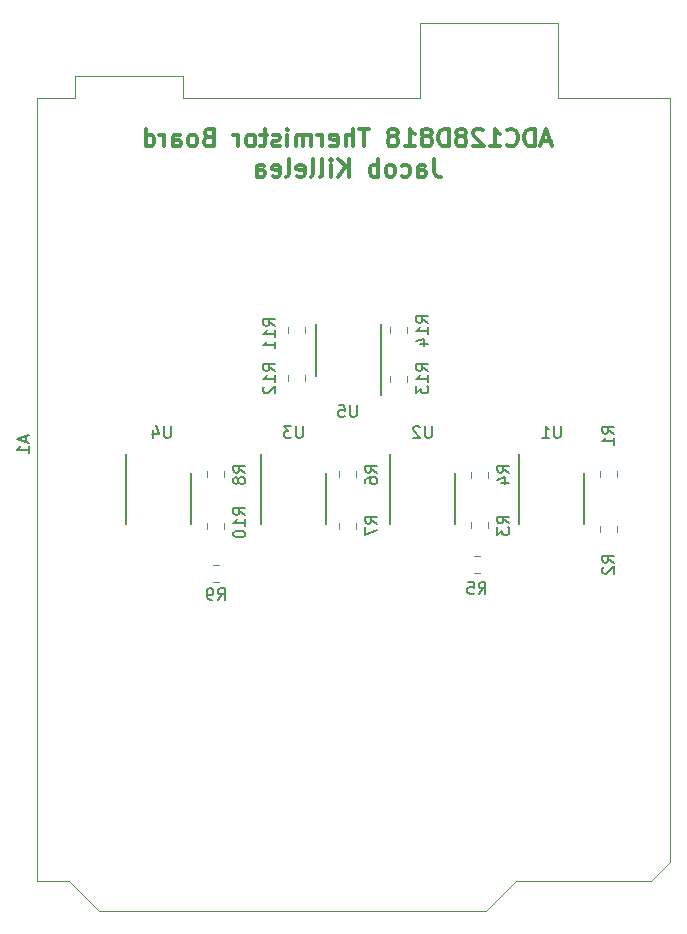
<source format=gbr>
G04 #@! TF.GenerationSoftware,KiCad,Pcbnew,5.0.2-bee76a0~70~ubuntu18.04.1*
G04 #@! TF.CreationDate,2019-01-28T20:05:27-07:00*
G04 #@! TF.ProjectId,adc,6164632e-6b69-4636-9164-5f7063625858,rev?*
G04 #@! TF.SameCoordinates,Original*
G04 #@! TF.FileFunction,Legend,Bot*
G04 #@! TF.FilePolarity,Positive*
%FSLAX46Y46*%
G04 Gerber Fmt 4.6, Leading zero omitted, Abs format (unit mm)*
G04 Created by KiCad (PCBNEW 5.0.2-bee76a0~70~ubuntu18.04.1) date Mon 28 Jan 2019 08:05:27 PM MST*
%MOMM*%
%LPD*%
G01*
G04 APERTURE LIST*
%ADD10C,0.300000*%
%ADD11C,0.120000*%
%ADD12C,0.150000*%
G04 APERTURE END LIST*
D10*
X255938571Y-83811000D02*
X255224285Y-83811000D01*
X256081428Y-84239571D02*
X255581428Y-82739571D01*
X255081428Y-84239571D01*
X254581428Y-84239571D02*
X254581428Y-82739571D01*
X254224285Y-82739571D01*
X254010000Y-82811000D01*
X253867142Y-82953857D01*
X253795714Y-83096714D01*
X253724285Y-83382428D01*
X253724285Y-83596714D01*
X253795714Y-83882428D01*
X253867142Y-84025285D01*
X254010000Y-84168142D01*
X254224285Y-84239571D01*
X254581428Y-84239571D01*
X252224285Y-84096714D02*
X252295714Y-84168142D01*
X252510000Y-84239571D01*
X252652857Y-84239571D01*
X252867142Y-84168142D01*
X253010000Y-84025285D01*
X253081428Y-83882428D01*
X253152857Y-83596714D01*
X253152857Y-83382428D01*
X253081428Y-83096714D01*
X253010000Y-82953857D01*
X252867142Y-82811000D01*
X252652857Y-82739571D01*
X252510000Y-82739571D01*
X252295714Y-82811000D01*
X252224285Y-82882428D01*
X250795714Y-84239571D02*
X251652857Y-84239571D01*
X251224285Y-84239571D02*
X251224285Y-82739571D01*
X251367142Y-82953857D01*
X251510000Y-83096714D01*
X251652857Y-83168142D01*
X250224285Y-82882428D02*
X250152857Y-82811000D01*
X250010000Y-82739571D01*
X249652857Y-82739571D01*
X249510000Y-82811000D01*
X249438571Y-82882428D01*
X249367142Y-83025285D01*
X249367142Y-83168142D01*
X249438571Y-83382428D01*
X250295714Y-84239571D01*
X249367142Y-84239571D01*
X248510000Y-83382428D02*
X248652857Y-83311000D01*
X248724285Y-83239571D01*
X248795714Y-83096714D01*
X248795714Y-83025285D01*
X248724285Y-82882428D01*
X248652857Y-82811000D01*
X248510000Y-82739571D01*
X248224285Y-82739571D01*
X248081428Y-82811000D01*
X248010000Y-82882428D01*
X247938571Y-83025285D01*
X247938571Y-83096714D01*
X248010000Y-83239571D01*
X248081428Y-83311000D01*
X248224285Y-83382428D01*
X248510000Y-83382428D01*
X248652857Y-83453857D01*
X248724285Y-83525285D01*
X248795714Y-83668142D01*
X248795714Y-83953857D01*
X248724285Y-84096714D01*
X248652857Y-84168142D01*
X248510000Y-84239571D01*
X248224285Y-84239571D01*
X248081428Y-84168142D01*
X248010000Y-84096714D01*
X247938571Y-83953857D01*
X247938571Y-83668142D01*
X248010000Y-83525285D01*
X248081428Y-83453857D01*
X248224285Y-83382428D01*
X247295714Y-84239571D02*
X247295714Y-82739571D01*
X246938571Y-82739571D01*
X246724285Y-82811000D01*
X246581428Y-82953857D01*
X246510000Y-83096714D01*
X246438571Y-83382428D01*
X246438571Y-83596714D01*
X246510000Y-83882428D01*
X246581428Y-84025285D01*
X246724285Y-84168142D01*
X246938571Y-84239571D01*
X247295714Y-84239571D01*
X245581428Y-83382428D02*
X245724285Y-83311000D01*
X245795714Y-83239571D01*
X245867142Y-83096714D01*
X245867142Y-83025285D01*
X245795714Y-82882428D01*
X245724285Y-82811000D01*
X245581428Y-82739571D01*
X245295714Y-82739571D01*
X245152857Y-82811000D01*
X245081428Y-82882428D01*
X245010000Y-83025285D01*
X245010000Y-83096714D01*
X245081428Y-83239571D01*
X245152857Y-83311000D01*
X245295714Y-83382428D01*
X245581428Y-83382428D01*
X245724285Y-83453857D01*
X245795714Y-83525285D01*
X245867142Y-83668142D01*
X245867142Y-83953857D01*
X245795714Y-84096714D01*
X245724285Y-84168142D01*
X245581428Y-84239571D01*
X245295714Y-84239571D01*
X245152857Y-84168142D01*
X245081428Y-84096714D01*
X245010000Y-83953857D01*
X245010000Y-83668142D01*
X245081428Y-83525285D01*
X245152857Y-83453857D01*
X245295714Y-83382428D01*
X243581428Y-84239571D02*
X244438571Y-84239571D01*
X244010000Y-84239571D02*
X244010000Y-82739571D01*
X244152857Y-82953857D01*
X244295714Y-83096714D01*
X244438571Y-83168142D01*
X242724285Y-83382428D02*
X242867142Y-83311000D01*
X242938571Y-83239571D01*
X243010000Y-83096714D01*
X243010000Y-83025285D01*
X242938571Y-82882428D01*
X242867142Y-82811000D01*
X242724285Y-82739571D01*
X242438571Y-82739571D01*
X242295714Y-82811000D01*
X242224285Y-82882428D01*
X242152857Y-83025285D01*
X242152857Y-83096714D01*
X242224285Y-83239571D01*
X242295714Y-83311000D01*
X242438571Y-83382428D01*
X242724285Y-83382428D01*
X242867142Y-83453857D01*
X242938571Y-83525285D01*
X243010000Y-83668142D01*
X243010000Y-83953857D01*
X242938571Y-84096714D01*
X242867142Y-84168142D01*
X242724285Y-84239571D01*
X242438571Y-84239571D01*
X242295714Y-84168142D01*
X242224285Y-84096714D01*
X242152857Y-83953857D01*
X242152857Y-83668142D01*
X242224285Y-83525285D01*
X242295714Y-83453857D01*
X242438571Y-83382428D01*
X240581428Y-82739571D02*
X239724285Y-82739571D01*
X240152857Y-84239571D02*
X240152857Y-82739571D01*
X239224285Y-84239571D02*
X239224285Y-82739571D01*
X238581428Y-84239571D02*
X238581428Y-83453857D01*
X238652857Y-83311000D01*
X238795714Y-83239571D01*
X239010000Y-83239571D01*
X239152857Y-83311000D01*
X239224285Y-83382428D01*
X237295714Y-84168142D02*
X237438571Y-84239571D01*
X237724285Y-84239571D01*
X237867142Y-84168142D01*
X237938571Y-84025285D01*
X237938571Y-83453857D01*
X237867142Y-83311000D01*
X237724285Y-83239571D01*
X237438571Y-83239571D01*
X237295714Y-83311000D01*
X237224285Y-83453857D01*
X237224285Y-83596714D01*
X237938571Y-83739571D01*
X236581428Y-84239571D02*
X236581428Y-83239571D01*
X236581428Y-83525285D02*
X236510000Y-83382428D01*
X236438571Y-83311000D01*
X236295714Y-83239571D01*
X236152857Y-83239571D01*
X235652857Y-84239571D02*
X235652857Y-83239571D01*
X235652857Y-83382428D02*
X235581428Y-83311000D01*
X235438571Y-83239571D01*
X235224285Y-83239571D01*
X235081428Y-83311000D01*
X235010000Y-83453857D01*
X235010000Y-84239571D01*
X235010000Y-83453857D02*
X234938571Y-83311000D01*
X234795714Y-83239571D01*
X234581428Y-83239571D01*
X234438571Y-83311000D01*
X234367142Y-83453857D01*
X234367142Y-84239571D01*
X233652857Y-84239571D02*
X233652857Y-83239571D01*
X233652857Y-82739571D02*
X233724285Y-82811000D01*
X233652857Y-82882428D01*
X233581428Y-82811000D01*
X233652857Y-82739571D01*
X233652857Y-82882428D01*
X233010000Y-84168142D02*
X232867142Y-84239571D01*
X232581428Y-84239571D01*
X232438571Y-84168142D01*
X232367142Y-84025285D01*
X232367142Y-83953857D01*
X232438571Y-83811000D01*
X232581428Y-83739571D01*
X232795714Y-83739571D01*
X232938571Y-83668142D01*
X233010000Y-83525285D01*
X233010000Y-83453857D01*
X232938571Y-83311000D01*
X232795714Y-83239571D01*
X232581428Y-83239571D01*
X232438571Y-83311000D01*
X231938571Y-83239571D02*
X231367142Y-83239571D01*
X231724285Y-82739571D02*
X231724285Y-84025285D01*
X231652857Y-84168142D01*
X231510000Y-84239571D01*
X231367142Y-84239571D01*
X230652857Y-84239571D02*
X230795714Y-84168142D01*
X230867142Y-84096714D01*
X230938571Y-83953857D01*
X230938571Y-83525285D01*
X230867142Y-83382428D01*
X230795714Y-83311000D01*
X230652857Y-83239571D01*
X230438571Y-83239571D01*
X230295714Y-83311000D01*
X230224285Y-83382428D01*
X230152857Y-83525285D01*
X230152857Y-83953857D01*
X230224285Y-84096714D01*
X230295714Y-84168142D01*
X230438571Y-84239571D01*
X230652857Y-84239571D01*
X229510000Y-84239571D02*
X229510000Y-83239571D01*
X229510000Y-83525285D02*
X229438571Y-83382428D01*
X229367142Y-83311000D01*
X229224285Y-83239571D01*
X229081428Y-83239571D01*
X226938571Y-83453857D02*
X226724285Y-83525285D01*
X226652857Y-83596714D01*
X226581428Y-83739571D01*
X226581428Y-83953857D01*
X226652857Y-84096714D01*
X226724285Y-84168142D01*
X226867142Y-84239571D01*
X227438571Y-84239571D01*
X227438571Y-82739571D01*
X226938571Y-82739571D01*
X226795714Y-82811000D01*
X226724285Y-82882428D01*
X226652857Y-83025285D01*
X226652857Y-83168142D01*
X226724285Y-83311000D01*
X226795714Y-83382428D01*
X226938571Y-83453857D01*
X227438571Y-83453857D01*
X225724285Y-84239571D02*
X225867142Y-84168142D01*
X225938571Y-84096714D01*
X226010000Y-83953857D01*
X226010000Y-83525285D01*
X225938571Y-83382428D01*
X225867142Y-83311000D01*
X225724285Y-83239571D01*
X225510000Y-83239571D01*
X225367142Y-83311000D01*
X225295714Y-83382428D01*
X225224285Y-83525285D01*
X225224285Y-83953857D01*
X225295714Y-84096714D01*
X225367142Y-84168142D01*
X225510000Y-84239571D01*
X225724285Y-84239571D01*
X223938571Y-84239571D02*
X223938571Y-83453857D01*
X224010000Y-83311000D01*
X224152857Y-83239571D01*
X224438571Y-83239571D01*
X224581428Y-83311000D01*
X223938571Y-84168142D02*
X224081428Y-84239571D01*
X224438571Y-84239571D01*
X224581428Y-84168142D01*
X224652857Y-84025285D01*
X224652857Y-83882428D01*
X224581428Y-83739571D01*
X224438571Y-83668142D01*
X224081428Y-83668142D01*
X223938571Y-83596714D01*
X223224285Y-84239571D02*
X223224285Y-83239571D01*
X223224285Y-83525285D02*
X223152857Y-83382428D01*
X223081428Y-83311000D01*
X222938571Y-83239571D01*
X222795714Y-83239571D01*
X221652857Y-84239571D02*
X221652857Y-82739571D01*
X221652857Y-84168142D02*
X221795714Y-84239571D01*
X222081428Y-84239571D01*
X222224285Y-84168142D01*
X222295714Y-84096714D01*
X222367142Y-83953857D01*
X222367142Y-83525285D01*
X222295714Y-83382428D01*
X222224285Y-83311000D01*
X222081428Y-83239571D01*
X221795714Y-83239571D01*
X221652857Y-83311000D01*
X246045714Y-85289571D02*
X246045714Y-86361000D01*
X246117142Y-86575285D01*
X246260000Y-86718142D01*
X246474285Y-86789571D01*
X246617142Y-86789571D01*
X244688571Y-86789571D02*
X244688571Y-86003857D01*
X244760000Y-85861000D01*
X244902857Y-85789571D01*
X245188571Y-85789571D01*
X245331428Y-85861000D01*
X244688571Y-86718142D02*
X244831428Y-86789571D01*
X245188571Y-86789571D01*
X245331428Y-86718142D01*
X245402857Y-86575285D01*
X245402857Y-86432428D01*
X245331428Y-86289571D01*
X245188571Y-86218142D01*
X244831428Y-86218142D01*
X244688571Y-86146714D01*
X243331428Y-86718142D02*
X243474285Y-86789571D01*
X243760000Y-86789571D01*
X243902857Y-86718142D01*
X243974285Y-86646714D01*
X244045714Y-86503857D01*
X244045714Y-86075285D01*
X243974285Y-85932428D01*
X243902857Y-85861000D01*
X243760000Y-85789571D01*
X243474285Y-85789571D01*
X243331428Y-85861000D01*
X242474285Y-86789571D02*
X242617142Y-86718142D01*
X242688571Y-86646714D01*
X242760000Y-86503857D01*
X242760000Y-86075285D01*
X242688571Y-85932428D01*
X242617142Y-85861000D01*
X242474285Y-85789571D01*
X242260000Y-85789571D01*
X242117142Y-85861000D01*
X242045714Y-85932428D01*
X241974285Y-86075285D01*
X241974285Y-86503857D01*
X242045714Y-86646714D01*
X242117142Y-86718142D01*
X242260000Y-86789571D01*
X242474285Y-86789571D01*
X241331428Y-86789571D02*
X241331428Y-85289571D01*
X241331428Y-85861000D02*
X241188571Y-85789571D01*
X240902857Y-85789571D01*
X240760000Y-85861000D01*
X240688571Y-85932428D01*
X240617142Y-86075285D01*
X240617142Y-86503857D01*
X240688571Y-86646714D01*
X240760000Y-86718142D01*
X240902857Y-86789571D01*
X241188571Y-86789571D01*
X241331428Y-86718142D01*
X238831428Y-86789571D02*
X238831428Y-85289571D01*
X237974285Y-86789571D02*
X238617142Y-85932428D01*
X237974285Y-85289571D02*
X238831428Y-86146714D01*
X237331428Y-86789571D02*
X237331428Y-85789571D01*
X237331428Y-85289571D02*
X237402857Y-85361000D01*
X237331428Y-85432428D01*
X237260000Y-85361000D01*
X237331428Y-85289571D01*
X237331428Y-85432428D01*
X236402857Y-86789571D02*
X236545714Y-86718142D01*
X236617142Y-86575285D01*
X236617142Y-85289571D01*
X235617142Y-86789571D02*
X235760000Y-86718142D01*
X235831428Y-86575285D01*
X235831428Y-85289571D01*
X234474285Y-86718142D02*
X234617142Y-86789571D01*
X234902857Y-86789571D01*
X235045714Y-86718142D01*
X235117142Y-86575285D01*
X235117142Y-86003857D01*
X235045714Y-85861000D01*
X234902857Y-85789571D01*
X234617142Y-85789571D01*
X234474285Y-85861000D01*
X234402857Y-86003857D01*
X234402857Y-86146714D01*
X235117142Y-86289571D01*
X233545714Y-86789571D02*
X233688571Y-86718142D01*
X233760000Y-86575285D01*
X233760000Y-85289571D01*
X232402857Y-86718142D02*
X232545714Y-86789571D01*
X232831428Y-86789571D01*
X232974285Y-86718142D01*
X233045714Y-86575285D01*
X233045714Y-86003857D01*
X232974285Y-85861000D01*
X232831428Y-85789571D01*
X232545714Y-85789571D01*
X232402857Y-85861000D01*
X232331428Y-86003857D01*
X232331428Y-86146714D01*
X233045714Y-86289571D01*
X231045714Y-86789571D02*
X231045714Y-86003857D01*
X231117142Y-85861000D01*
X231260000Y-85789571D01*
X231545714Y-85789571D01*
X231688571Y-85861000D01*
X231045714Y-86718142D02*
X231188571Y-86789571D01*
X231545714Y-86789571D01*
X231688571Y-86718142D01*
X231760000Y-86575285D01*
X231760000Y-86432428D01*
X231688571Y-86289571D01*
X231545714Y-86218142D01*
X231188571Y-86218142D01*
X231045714Y-86146714D01*
D11*
G04 #@! TO.C,A1*
X250448000Y-148974000D02*
X217678000Y-148974000D01*
X217678000Y-148974000D02*
X215138000Y-146434000D01*
X215138000Y-146434000D02*
X212468000Y-146434000D01*
X212468000Y-146434000D02*
X212468000Y-80134000D01*
X212468000Y-80134000D02*
X215648000Y-80134000D01*
X215648000Y-80134000D02*
X215648000Y-78234000D01*
X215648000Y-78234000D02*
X224788000Y-78234000D01*
X224788000Y-78234000D02*
X224788000Y-80134000D01*
X224788000Y-80134000D02*
X244858000Y-80134000D01*
X244858000Y-80134000D02*
X244858000Y-73784000D01*
X244858000Y-73784000D02*
X256538000Y-73784000D01*
X256538000Y-73784000D02*
X256538000Y-80134000D01*
X256538000Y-80134000D02*
X266068000Y-80134000D01*
X266068000Y-80134000D02*
X266068000Y-144784000D01*
X266068000Y-144784000D02*
X264418000Y-146434000D01*
X264418000Y-146434000D02*
X252988000Y-146434000D01*
X252988000Y-146434000D02*
X250448000Y-148974000D01*
G04 #@! TO.C,R1*
X260148000Y-111743748D02*
X260148000Y-112266252D01*
X261568000Y-111743748D02*
X261568000Y-112266252D01*
G04 #@! TO.C,R2*
X260148000Y-116856252D02*
X260148000Y-116333748D01*
X261568000Y-116856252D02*
X261568000Y-116333748D01*
G04 #@! TO.C,R3*
X249226000Y-116584252D02*
X249226000Y-116061748D01*
X250646000Y-116584252D02*
X250646000Y-116061748D01*
G04 #@! TO.C,R4*
X249226000Y-112284252D02*
X249226000Y-111761748D01*
X250646000Y-112284252D02*
X250646000Y-111761748D01*
G04 #@! TO.C,R5*
X249943252Y-118924000D02*
X249420748Y-118924000D01*
X249943252Y-120344000D02*
X249420748Y-120344000D01*
G04 #@! TO.C,R6*
X239470000Y-111743748D02*
X239470000Y-112266252D01*
X238050000Y-111743748D02*
X238050000Y-112266252D01*
G04 #@! TO.C,R7*
X239470000Y-116602252D02*
X239470000Y-116079748D01*
X238050000Y-116602252D02*
X238050000Y-116079748D01*
G04 #@! TO.C,R8*
X228294000Y-112266252D02*
X228294000Y-111743748D01*
X226874000Y-112266252D02*
X226874000Y-111743748D01*
G04 #@! TO.C,R9*
X227331748Y-121106000D02*
X227854252Y-121106000D01*
X227331748Y-119686000D02*
X227854252Y-119686000D01*
G04 #@! TO.C,R10*
X228294000Y-116602252D02*
X228294000Y-116079748D01*
X226874000Y-116602252D02*
X226874000Y-116079748D01*
G04 #@! TO.C,R11*
X233732000Y-100074252D02*
X233732000Y-99551748D01*
X235152000Y-100074252D02*
X235152000Y-99551748D01*
G04 #@! TO.C,R12*
X235152000Y-104138252D02*
X235152000Y-103615748D01*
X233732000Y-104138252D02*
X233732000Y-103615748D01*
G04 #@! TO.C,R13*
X243788000Y-103633748D02*
X243788000Y-104156252D01*
X242368000Y-103633748D02*
X242368000Y-104156252D01*
G04 #@! TO.C,R14*
X243788000Y-99551748D02*
X243788000Y-100074252D01*
X242368000Y-99551748D02*
X242368000Y-100074252D01*
D12*
G04 #@! TO.C,U1*
X258757000Y-111846000D02*
X258757000Y-116246000D01*
X253232000Y-110271000D02*
X253232000Y-116246000D01*
G04 #@! TO.C,U2*
X242310000Y-110271000D02*
X242310000Y-116246000D01*
X247835000Y-111846000D02*
X247835000Y-116246000D01*
G04 #@! TO.C,U3*
X236913000Y-111846000D02*
X236913000Y-116246000D01*
X231388000Y-110271000D02*
X231388000Y-116246000D01*
G04 #@! TO.C,U4*
X219958000Y-110271000D02*
X219958000Y-116246000D01*
X225483000Y-111846000D02*
X225483000Y-116246000D01*
G04 #@! TO.C,U5*
X236035000Y-103702000D02*
X236035000Y-99302000D01*
X241560000Y-105277000D02*
X241560000Y-99302000D01*
G04 #@! TO.C,A1*
X211494666Y-108759714D02*
X211494666Y-109235904D01*
X211780380Y-108664476D02*
X210780380Y-108997809D01*
X211780380Y-109331142D01*
X211780380Y-110188285D02*
X211780380Y-109616857D01*
X211780380Y-109902571D02*
X210780380Y-109902571D01*
X210923238Y-109807333D01*
X211018476Y-109712095D01*
X211066095Y-109616857D01*
G04 #@! TO.C,R1*
X261310380Y-108545333D02*
X260834190Y-108212000D01*
X261310380Y-107973904D02*
X260310380Y-107973904D01*
X260310380Y-108354857D01*
X260358000Y-108450095D01*
X260405619Y-108497714D01*
X260500857Y-108545333D01*
X260643714Y-108545333D01*
X260738952Y-108497714D01*
X260786571Y-108450095D01*
X260834190Y-108354857D01*
X260834190Y-107973904D01*
X261310380Y-109497714D02*
X261310380Y-108926285D01*
X261310380Y-109212000D02*
X260310380Y-109212000D01*
X260453238Y-109116761D01*
X260548476Y-109021523D01*
X260596095Y-108926285D01*
G04 #@! TO.C,R2*
X261310380Y-119467333D02*
X260834190Y-119134000D01*
X261310380Y-118895904D02*
X260310380Y-118895904D01*
X260310380Y-119276857D01*
X260358000Y-119372095D01*
X260405619Y-119419714D01*
X260500857Y-119467333D01*
X260643714Y-119467333D01*
X260738952Y-119419714D01*
X260786571Y-119372095D01*
X260834190Y-119276857D01*
X260834190Y-118895904D01*
X260405619Y-119848285D02*
X260358000Y-119895904D01*
X260310380Y-119991142D01*
X260310380Y-120229238D01*
X260358000Y-120324476D01*
X260405619Y-120372095D01*
X260500857Y-120419714D01*
X260596095Y-120419714D01*
X260738952Y-120372095D01*
X261310380Y-119800666D01*
X261310380Y-120419714D01*
G04 #@! TO.C,R3*
X252420380Y-116156333D02*
X251944190Y-115823000D01*
X252420380Y-115584904D02*
X251420380Y-115584904D01*
X251420380Y-115965857D01*
X251468000Y-116061095D01*
X251515619Y-116108714D01*
X251610857Y-116156333D01*
X251753714Y-116156333D01*
X251848952Y-116108714D01*
X251896571Y-116061095D01*
X251944190Y-115965857D01*
X251944190Y-115584904D01*
X251420380Y-116489666D02*
X251420380Y-117108714D01*
X251801333Y-116775380D01*
X251801333Y-116918238D01*
X251848952Y-117013476D01*
X251896571Y-117061095D01*
X251991809Y-117108714D01*
X252229904Y-117108714D01*
X252325142Y-117061095D01*
X252372761Y-117013476D01*
X252420380Y-116918238D01*
X252420380Y-116632523D01*
X252372761Y-116537285D01*
X252325142Y-116489666D01*
G04 #@! TO.C,R4*
X252420380Y-111847333D02*
X251944190Y-111514000D01*
X252420380Y-111275904D02*
X251420380Y-111275904D01*
X251420380Y-111656857D01*
X251468000Y-111752095D01*
X251515619Y-111799714D01*
X251610857Y-111847333D01*
X251753714Y-111847333D01*
X251848952Y-111799714D01*
X251896571Y-111752095D01*
X251944190Y-111656857D01*
X251944190Y-111275904D01*
X251753714Y-112704476D02*
X252420380Y-112704476D01*
X251372761Y-112466380D02*
X252087047Y-112228285D01*
X252087047Y-112847333D01*
G04 #@! TO.C,R5*
X249848666Y-122118380D02*
X250182000Y-121642190D01*
X250420095Y-122118380D02*
X250420095Y-121118380D01*
X250039142Y-121118380D01*
X249943904Y-121166000D01*
X249896285Y-121213619D01*
X249848666Y-121308857D01*
X249848666Y-121451714D01*
X249896285Y-121546952D01*
X249943904Y-121594571D01*
X250039142Y-121642190D01*
X250420095Y-121642190D01*
X248943904Y-121118380D02*
X249420095Y-121118380D01*
X249467714Y-121594571D01*
X249420095Y-121546952D01*
X249324857Y-121499333D01*
X249086761Y-121499333D01*
X248991523Y-121546952D01*
X248943904Y-121594571D01*
X248896285Y-121689809D01*
X248896285Y-121927904D01*
X248943904Y-122023142D01*
X248991523Y-122070761D01*
X249086761Y-122118380D01*
X249324857Y-122118380D01*
X249420095Y-122070761D01*
X249467714Y-122023142D01*
G04 #@! TO.C,R6*
X241244380Y-111847333D02*
X240768190Y-111514000D01*
X241244380Y-111275904D02*
X240244380Y-111275904D01*
X240244380Y-111656857D01*
X240292000Y-111752095D01*
X240339619Y-111799714D01*
X240434857Y-111847333D01*
X240577714Y-111847333D01*
X240672952Y-111799714D01*
X240720571Y-111752095D01*
X240768190Y-111656857D01*
X240768190Y-111275904D01*
X240244380Y-112704476D02*
X240244380Y-112514000D01*
X240292000Y-112418761D01*
X240339619Y-112371142D01*
X240482476Y-112275904D01*
X240672952Y-112228285D01*
X241053904Y-112228285D01*
X241149142Y-112275904D01*
X241196761Y-112323523D01*
X241244380Y-112418761D01*
X241244380Y-112609238D01*
X241196761Y-112704476D01*
X241149142Y-112752095D01*
X241053904Y-112799714D01*
X240815809Y-112799714D01*
X240720571Y-112752095D01*
X240672952Y-112704476D01*
X240625333Y-112609238D01*
X240625333Y-112418761D01*
X240672952Y-112323523D01*
X240720571Y-112275904D01*
X240815809Y-112228285D01*
G04 #@! TO.C,R7*
X241244380Y-116165333D02*
X240768190Y-115832000D01*
X241244380Y-115593904D02*
X240244380Y-115593904D01*
X240244380Y-115974857D01*
X240292000Y-116070095D01*
X240339619Y-116117714D01*
X240434857Y-116165333D01*
X240577714Y-116165333D01*
X240672952Y-116117714D01*
X240720571Y-116070095D01*
X240768190Y-115974857D01*
X240768190Y-115593904D01*
X240244380Y-116498666D02*
X240244380Y-117165333D01*
X241244380Y-116736761D01*
G04 #@! TO.C,R8*
X230068380Y-111847333D02*
X229592190Y-111514000D01*
X230068380Y-111275904D02*
X229068380Y-111275904D01*
X229068380Y-111656857D01*
X229116000Y-111752095D01*
X229163619Y-111799714D01*
X229258857Y-111847333D01*
X229401714Y-111847333D01*
X229496952Y-111799714D01*
X229544571Y-111752095D01*
X229592190Y-111656857D01*
X229592190Y-111275904D01*
X229496952Y-112418761D02*
X229449333Y-112323523D01*
X229401714Y-112275904D01*
X229306476Y-112228285D01*
X229258857Y-112228285D01*
X229163619Y-112275904D01*
X229116000Y-112323523D01*
X229068380Y-112418761D01*
X229068380Y-112609238D01*
X229116000Y-112704476D01*
X229163619Y-112752095D01*
X229258857Y-112799714D01*
X229306476Y-112799714D01*
X229401714Y-112752095D01*
X229449333Y-112704476D01*
X229496952Y-112609238D01*
X229496952Y-112418761D01*
X229544571Y-112323523D01*
X229592190Y-112275904D01*
X229687428Y-112228285D01*
X229877904Y-112228285D01*
X229973142Y-112275904D01*
X230020761Y-112323523D01*
X230068380Y-112418761D01*
X230068380Y-112609238D01*
X230020761Y-112704476D01*
X229973142Y-112752095D01*
X229877904Y-112799714D01*
X229687428Y-112799714D01*
X229592190Y-112752095D01*
X229544571Y-112704476D01*
X229496952Y-112609238D01*
G04 #@! TO.C,R9*
X227759666Y-122626380D02*
X228093000Y-122150190D01*
X228331095Y-122626380D02*
X228331095Y-121626380D01*
X227950142Y-121626380D01*
X227854904Y-121674000D01*
X227807285Y-121721619D01*
X227759666Y-121816857D01*
X227759666Y-121959714D01*
X227807285Y-122054952D01*
X227854904Y-122102571D01*
X227950142Y-122150190D01*
X228331095Y-122150190D01*
X227283476Y-122626380D02*
X227093000Y-122626380D01*
X226997761Y-122578761D01*
X226950142Y-122531142D01*
X226854904Y-122388285D01*
X226807285Y-122197809D01*
X226807285Y-121816857D01*
X226854904Y-121721619D01*
X226902523Y-121674000D01*
X226997761Y-121626380D01*
X227188238Y-121626380D01*
X227283476Y-121674000D01*
X227331095Y-121721619D01*
X227378714Y-121816857D01*
X227378714Y-122054952D01*
X227331095Y-122150190D01*
X227283476Y-122197809D01*
X227188238Y-122245428D01*
X226997761Y-122245428D01*
X226902523Y-122197809D01*
X226854904Y-122150190D01*
X226807285Y-122054952D01*
G04 #@! TO.C,R10*
X230068380Y-115435142D02*
X229592190Y-115101809D01*
X230068380Y-114863714D02*
X229068380Y-114863714D01*
X229068380Y-115244666D01*
X229116000Y-115339904D01*
X229163619Y-115387523D01*
X229258857Y-115435142D01*
X229401714Y-115435142D01*
X229496952Y-115387523D01*
X229544571Y-115339904D01*
X229592190Y-115244666D01*
X229592190Y-114863714D01*
X230068380Y-116387523D02*
X230068380Y-115816095D01*
X230068380Y-116101809D02*
X229068380Y-116101809D01*
X229211238Y-116006571D01*
X229306476Y-115911333D01*
X229354095Y-115816095D01*
X229068380Y-117006571D02*
X229068380Y-117101809D01*
X229116000Y-117197047D01*
X229163619Y-117244666D01*
X229258857Y-117292285D01*
X229449333Y-117339904D01*
X229687428Y-117339904D01*
X229877904Y-117292285D01*
X229973142Y-117244666D01*
X230020761Y-117197047D01*
X230068380Y-117101809D01*
X230068380Y-117006571D01*
X230020761Y-116911333D01*
X229973142Y-116863714D01*
X229877904Y-116816095D01*
X229687428Y-116768476D01*
X229449333Y-116768476D01*
X229258857Y-116816095D01*
X229163619Y-116863714D01*
X229116000Y-116911333D01*
X229068380Y-117006571D01*
G04 #@! TO.C,R11*
X232608380Y-99433142D02*
X232132190Y-99099809D01*
X232608380Y-98861714D02*
X231608380Y-98861714D01*
X231608380Y-99242666D01*
X231656000Y-99337904D01*
X231703619Y-99385523D01*
X231798857Y-99433142D01*
X231941714Y-99433142D01*
X232036952Y-99385523D01*
X232084571Y-99337904D01*
X232132190Y-99242666D01*
X232132190Y-98861714D01*
X232608380Y-100385523D02*
X232608380Y-99814095D01*
X232608380Y-100099809D02*
X231608380Y-100099809D01*
X231751238Y-100004571D01*
X231846476Y-99909333D01*
X231894095Y-99814095D01*
X232608380Y-101337904D02*
X232608380Y-100766476D01*
X232608380Y-101052190D02*
X231608380Y-101052190D01*
X231751238Y-100956952D01*
X231846476Y-100861714D01*
X231894095Y-100766476D01*
G04 #@! TO.C,R12*
X232608380Y-103243142D02*
X232132190Y-102909809D01*
X232608380Y-102671714D02*
X231608380Y-102671714D01*
X231608380Y-103052666D01*
X231656000Y-103147904D01*
X231703619Y-103195523D01*
X231798857Y-103243142D01*
X231941714Y-103243142D01*
X232036952Y-103195523D01*
X232084571Y-103147904D01*
X232132190Y-103052666D01*
X232132190Y-102671714D01*
X232608380Y-104195523D02*
X232608380Y-103624095D01*
X232608380Y-103909809D02*
X231608380Y-103909809D01*
X231751238Y-103814571D01*
X231846476Y-103719333D01*
X231894095Y-103624095D01*
X231703619Y-104576476D02*
X231656000Y-104624095D01*
X231608380Y-104719333D01*
X231608380Y-104957428D01*
X231656000Y-105052666D01*
X231703619Y-105100285D01*
X231798857Y-105147904D01*
X231894095Y-105147904D01*
X232036952Y-105100285D01*
X232608380Y-104528857D01*
X232608380Y-105147904D01*
G04 #@! TO.C,R13*
X245562380Y-103243142D02*
X245086190Y-102909809D01*
X245562380Y-102671714D02*
X244562380Y-102671714D01*
X244562380Y-103052666D01*
X244610000Y-103147904D01*
X244657619Y-103195523D01*
X244752857Y-103243142D01*
X244895714Y-103243142D01*
X244990952Y-103195523D01*
X245038571Y-103147904D01*
X245086190Y-103052666D01*
X245086190Y-102671714D01*
X245562380Y-104195523D02*
X245562380Y-103624095D01*
X245562380Y-103909809D02*
X244562380Y-103909809D01*
X244705238Y-103814571D01*
X244800476Y-103719333D01*
X244848095Y-103624095D01*
X244562380Y-104528857D02*
X244562380Y-105147904D01*
X244943333Y-104814571D01*
X244943333Y-104957428D01*
X244990952Y-105052666D01*
X245038571Y-105100285D01*
X245133809Y-105147904D01*
X245371904Y-105147904D01*
X245467142Y-105100285D01*
X245514761Y-105052666D01*
X245562380Y-104957428D01*
X245562380Y-104671714D01*
X245514761Y-104576476D01*
X245467142Y-104528857D01*
G04 #@! TO.C,R14*
X245562380Y-99179142D02*
X245086190Y-98845809D01*
X245562380Y-98607714D02*
X244562380Y-98607714D01*
X244562380Y-98988666D01*
X244610000Y-99083904D01*
X244657619Y-99131523D01*
X244752857Y-99179142D01*
X244895714Y-99179142D01*
X244990952Y-99131523D01*
X245038571Y-99083904D01*
X245086190Y-98988666D01*
X245086190Y-98607714D01*
X245562380Y-100131523D02*
X245562380Y-99560095D01*
X245562380Y-99845809D02*
X244562380Y-99845809D01*
X244705238Y-99750571D01*
X244800476Y-99655333D01*
X244848095Y-99560095D01*
X244895714Y-100988666D02*
X245562380Y-100988666D01*
X244514761Y-100750571D02*
X245229047Y-100512476D01*
X245229047Y-101131523D01*
G04 #@! TO.C,U1*
X256793904Y-107910380D02*
X256793904Y-108719904D01*
X256746285Y-108815142D01*
X256698666Y-108862761D01*
X256603428Y-108910380D01*
X256412952Y-108910380D01*
X256317714Y-108862761D01*
X256270095Y-108815142D01*
X256222476Y-108719904D01*
X256222476Y-107910380D01*
X255222476Y-108910380D02*
X255793904Y-108910380D01*
X255508190Y-108910380D02*
X255508190Y-107910380D01*
X255603428Y-108053238D01*
X255698666Y-108148476D01*
X255793904Y-108196095D01*
G04 #@! TO.C,U2*
X245871904Y-107910380D02*
X245871904Y-108719904D01*
X245824285Y-108815142D01*
X245776666Y-108862761D01*
X245681428Y-108910380D01*
X245490952Y-108910380D01*
X245395714Y-108862761D01*
X245348095Y-108815142D01*
X245300476Y-108719904D01*
X245300476Y-107910380D01*
X244871904Y-108005619D02*
X244824285Y-107958000D01*
X244729047Y-107910380D01*
X244490952Y-107910380D01*
X244395714Y-107958000D01*
X244348095Y-108005619D01*
X244300476Y-108100857D01*
X244300476Y-108196095D01*
X244348095Y-108338952D01*
X244919523Y-108910380D01*
X244300476Y-108910380D01*
G04 #@! TO.C,U3*
X234949904Y-107910380D02*
X234949904Y-108719904D01*
X234902285Y-108815142D01*
X234854666Y-108862761D01*
X234759428Y-108910380D01*
X234568952Y-108910380D01*
X234473714Y-108862761D01*
X234426095Y-108815142D01*
X234378476Y-108719904D01*
X234378476Y-107910380D01*
X233997523Y-107910380D02*
X233378476Y-107910380D01*
X233711809Y-108291333D01*
X233568952Y-108291333D01*
X233473714Y-108338952D01*
X233426095Y-108386571D01*
X233378476Y-108481809D01*
X233378476Y-108719904D01*
X233426095Y-108815142D01*
X233473714Y-108862761D01*
X233568952Y-108910380D01*
X233854666Y-108910380D01*
X233949904Y-108862761D01*
X233997523Y-108815142D01*
G04 #@! TO.C,U4*
X223773904Y-107910380D02*
X223773904Y-108719904D01*
X223726285Y-108815142D01*
X223678666Y-108862761D01*
X223583428Y-108910380D01*
X223392952Y-108910380D01*
X223297714Y-108862761D01*
X223250095Y-108815142D01*
X223202476Y-108719904D01*
X223202476Y-107910380D01*
X222297714Y-108243714D02*
X222297714Y-108910380D01*
X222535809Y-107862761D02*
X222773904Y-108577047D01*
X222154857Y-108577047D01*
G04 #@! TO.C,U5*
X239521904Y-106132380D02*
X239521904Y-106941904D01*
X239474285Y-107037142D01*
X239426666Y-107084761D01*
X239331428Y-107132380D01*
X239140952Y-107132380D01*
X239045714Y-107084761D01*
X238998095Y-107037142D01*
X238950476Y-106941904D01*
X238950476Y-106132380D01*
X237998095Y-106132380D02*
X238474285Y-106132380D01*
X238521904Y-106608571D01*
X238474285Y-106560952D01*
X238379047Y-106513333D01*
X238140952Y-106513333D01*
X238045714Y-106560952D01*
X237998095Y-106608571D01*
X237950476Y-106703809D01*
X237950476Y-106941904D01*
X237998095Y-107037142D01*
X238045714Y-107084761D01*
X238140952Y-107132380D01*
X238379047Y-107132380D01*
X238474285Y-107084761D01*
X238521904Y-107037142D01*
G04 #@! TD*
M02*

</source>
